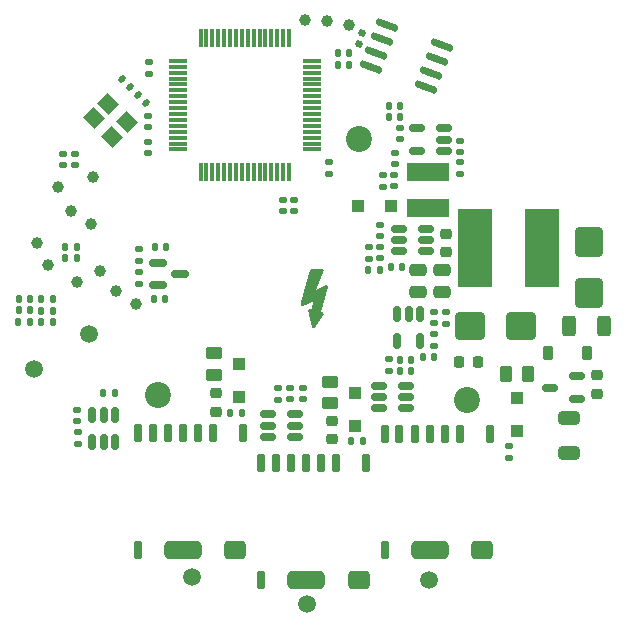
<source format=gbr>
%TF.GenerationSoftware,KiCad,Pcbnew,9.0.0*%
%TF.CreationDate,2025-06-01T03:36:43+08:00*%
%TF.ProjectId,CAPSTONE_MC,43415053-544f-44e4-955f-4d432e6b6963,Ver. 1.0.0*%
%TF.SameCoordinates,Original*%
%TF.FileFunction,Soldermask,Top*%
%TF.FilePolarity,Negative*%
%FSLAX46Y46*%
G04 Gerber Fmt 4.6, Leading zero omitted, Abs format (unit mm)*
G04 Created by KiCad (PCBNEW 9.0.0) date 2025-06-01 03:36:43*
%MOMM*%
%LPD*%
G01*
G04 APERTURE LIST*
G04 Aperture macros list*
%AMRoundRect*
0 Rectangle with rounded corners*
0 $1 Rounding radius*
0 $2 $3 $4 $5 $6 $7 $8 $9 X,Y pos of 4 corners*
0 Add a 4 corners polygon primitive as box body*
4,1,4,$2,$3,$4,$5,$6,$7,$8,$9,$2,$3,0*
0 Add four circle primitives for the rounded corners*
1,1,$1+$1,$2,$3*
1,1,$1+$1,$4,$5*
1,1,$1+$1,$6,$7*
1,1,$1+$1,$8,$9*
0 Add four rect primitives between the rounded corners*
20,1,$1+$1,$2,$3,$4,$5,0*
20,1,$1+$1,$4,$5,$6,$7,0*
20,1,$1+$1,$6,$7,$8,$9,0*
20,1,$1+$1,$8,$9,$2,$3,0*%
%AMRotRect*
0 Rectangle, with rotation*
0 The origin of the aperture is its center*
0 $1 length*
0 $2 width*
0 $3 Rotation angle, in degrees counterclockwise*
0 Add horizontal line*
21,1,$1,$2,0,0,$3*%
G04 Aperture macros list end*
%ADD10C,0.150000*%
%ADD11C,1.000000*%
%ADD12RoundRect,0.140000X0.170000X-0.140000X0.170000X0.140000X-0.170000X0.140000X-0.170000X-0.140000X0*%
%ADD13RoundRect,0.147500X-0.147500X-0.172500X0.147500X-0.172500X0.147500X0.172500X-0.147500X0.172500X0*%
%ADD14RoundRect,0.140000X-0.170000X0.140000X-0.170000X-0.140000X0.170000X-0.140000X0.170000X0.140000X0*%
%ADD15RoundRect,0.225000X-0.250000X0.225000X-0.250000X-0.225000X0.250000X-0.225000X0.250000X0.225000X0*%
%ADD16R,3.600000X1.500000*%
%ADD17RoundRect,0.140000X-0.219203X-0.021213X-0.021213X-0.219203X0.219203X0.021213X0.021213X0.219203X0*%
%ADD18RoundRect,0.150000X-0.150000X0.512500X-0.150000X-0.512500X0.150000X-0.512500X0.150000X0.512500X0*%
%ADD19RoundRect,0.150000X0.150000X-0.650000X0.150000X0.650000X-0.150000X0.650000X-0.150000X-0.650000X0*%
%ADD20RoundRect,0.400000X1.170000X-0.400000X1.170000X0.400000X-1.170000X0.400000X-1.170000X-0.400000X0*%
%ADD21RoundRect,0.400000X0.535000X-0.400000X0.535000X0.400000X-0.535000X0.400000X-0.535000X-0.400000X0*%
%ADD22C,1.500000*%
%ADD23RoundRect,0.135000X-0.185000X0.135000X-0.185000X-0.135000X0.185000X-0.135000X0.185000X0.135000X0*%
%ADD24RoundRect,0.225000X0.250000X-0.225000X0.250000X0.225000X-0.250000X0.225000X-0.250000X-0.225000X0*%
%ADD25R,2.850000X6.600000*%
%ADD26RoundRect,0.140000X-0.140000X-0.170000X0.140000X-0.170000X0.140000X0.170000X-0.140000X0.170000X0*%
%ADD27RoundRect,0.150000X-0.587500X-0.150000X0.587500X-0.150000X0.587500X0.150000X-0.587500X0.150000X0*%
%ADD28RoundRect,0.140000X0.219203X0.021213X0.021213X0.219203X-0.219203X-0.021213X-0.021213X-0.219203X0*%
%ADD29RoundRect,0.250000X0.262500X0.450000X-0.262500X0.450000X-0.262500X-0.450000X0.262500X-0.450000X0*%
%ADD30RoundRect,0.250000X0.450000X-0.262500X0.450000X0.262500X-0.450000X0.262500X-0.450000X-0.262500X0*%
%ADD31RoundRect,0.250000X-0.650000X0.325000X-0.650000X-0.325000X0.650000X-0.325000X0.650000X0.325000X0*%
%ADD32RoundRect,0.140000X0.140000X0.170000X-0.140000X0.170000X-0.140000X-0.170000X0.140000X-0.170000X0*%
%ADD33RoundRect,0.135000X0.185000X-0.135000X0.185000X0.135000X-0.185000X0.135000X-0.185000X-0.135000X0*%
%ADD34RoundRect,0.250000X0.300000X0.300000X-0.300000X0.300000X-0.300000X-0.300000X0.300000X-0.300000X0*%
%ADD35RoundRect,0.250000X-0.312500X-0.625000X0.312500X-0.625000X0.312500X0.625000X-0.312500X0.625000X0*%
%ADD36C,2.200000*%
%ADD37RoundRect,0.135000X0.135000X0.185000X-0.135000X0.185000X-0.135000X-0.185000X0.135000X-0.185000X0*%
%ADD38RoundRect,0.250000X-0.475000X0.250000X-0.475000X-0.250000X0.475000X-0.250000X0.475000X0.250000X0*%
%ADD39RoundRect,0.150000X-0.512500X-0.150000X0.512500X-0.150000X0.512500X0.150000X-0.512500X0.150000X0*%
%ADD40RoundRect,0.250000X0.300000X-0.300000X0.300000X0.300000X-0.300000X0.300000X-0.300000X-0.300000X0*%
%ADD41RoundRect,0.250000X0.900000X-1.000000X0.900000X1.000000X-0.900000X1.000000X-0.900000X-1.000000X0*%
%ADD42RoundRect,0.150000X-0.826549X0.141213X0.723943X-0.423121X0.826549X-0.141213X-0.723943X0.423121X0*%
%ADD43RoundRect,0.075000X-0.700000X-0.075000X0.700000X-0.075000X0.700000X0.075000X-0.700000X0.075000X0*%
%ADD44RoundRect,0.075000X-0.075000X-0.700000X0.075000X-0.700000X0.075000X0.700000X-0.075000X0.700000X0*%
%ADD45RoundRect,0.135000X-0.135000X-0.185000X0.135000X-0.185000X0.135000X0.185000X-0.135000X0.185000X0*%
%ADD46RoundRect,0.150000X0.512500X0.150000X-0.512500X0.150000X-0.512500X-0.150000X0.512500X-0.150000X0*%
%ADD47RoundRect,0.225000X0.225000X0.250000X-0.225000X0.250000X-0.225000X-0.250000X0.225000X-0.250000X0*%
%ADD48RoundRect,0.225000X-0.225000X-0.375000X0.225000X-0.375000X0.225000X0.375000X-0.225000X0.375000X0*%
%ADD49RoundRect,0.250000X1.000000X0.900000X-1.000000X0.900000X-1.000000X-0.900000X1.000000X-0.900000X0*%
%ADD50RoundRect,0.147500X0.172500X-0.147500X0.172500X0.147500X-0.172500X0.147500X-0.172500X-0.147500X0*%
%ADD51RotRect,1.400000X1.200000X315.000000*%
%ADD52RoundRect,0.150000X0.150000X-0.512500X0.150000X0.512500X-0.150000X0.512500X-0.150000X-0.512500X0*%
%ADD53RoundRect,0.140000X0.111865X-0.189700X0.207631X0.073414X-0.111865X0.189700X-0.207631X-0.073414X0*%
G04 APERTURE END LIST*
D10*
X101000000Y-57400000D02*
X102000000Y-56900000D01*
X102100000Y-57000000D01*
X101500000Y-59100000D01*
X101800000Y-59300000D01*
X101000000Y-60400000D01*
X100900000Y-60400000D01*
X100600000Y-58950000D01*
X100900000Y-59000000D01*
X101000000Y-58100000D01*
X100100000Y-58500000D01*
X100000000Y-58500000D01*
X100000000Y-58300000D01*
X100800000Y-55600000D01*
X101800000Y-55600000D01*
X101000000Y-57400000D01*
G36*
X101000000Y-57400000D02*
G01*
X102000000Y-56900000D01*
X102100000Y-57000000D01*
X101500000Y-59100000D01*
X101800000Y-59300000D01*
X101000000Y-60400000D01*
X100900000Y-60400000D01*
X100600000Y-58950000D01*
X100900000Y-59000000D01*
X101000000Y-58100000D01*
X100100000Y-58500000D01*
X100000000Y-58500000D01*
X100000000Y-58300000D01*
X100800000Y-55600000D01*
X101800000Y-55600000D01*
X101000000Y-57400000D01*
G37*
D11*
%TO.C,TP21*%
X79325000Y-48575000D03*
%TD*%
%TO.C,TP20*%
X82325000Y-47725000D03*
%TD*%
D12*
%TO.C,C55*%
X80755000Y-46695000D03*
X80755000Y-45735000D03*
%TD*%
%TO.C,C54*%
X79785000Y-46695000D03*
X79785000Y-45735000D03*
%TD*%
D13*
%TO.C,D6*%
X75995000Y-59985000D03*
X76965000Y-59985000D03*
%TD*%
D14*
%TO.C,C24*%
X117505000Y-70505000D03*
X117505000Y-71465000D03*
%TD*%
D15*
%TO.C,C14*%
X124945000Y-64480000D03*
X124945000Y-66030000D03*
%TD*%
D16*
%TO.C,L3*%
X110640000Y-50300000D03*
X110640000Y-47250000D03*
%TD*%
D11*
%TO.C,TP14*%
X85995000Y-58445000D03*
%TD*%
D13*
%TO.C,D7*%
X76005000Y-58995000D03*
X76975000Y-58995000D03*
%TD*%
D17*
%TO.C,C11*%
X86105589Y-40735589D03*
X86784411Y-41414411D03*
%TD*%
D18*
%TO.C,U13*%
X109985000Y-59302500D03*
X109035000Y-59302500D03*
X108085000Y-59302500D03*
X108085000Y-61577500D03*
X109985000Y-61577500D03*
%TD*%
D19*
%TO.C,U4*%
X107005000Y-79315000D03*
D20*
X110815000Y-79315000D03*
D21*
X115250000Y-79315000D03*
D19*
X115895000Y-69415000D03*
X113350000Y-69415000D03*
X112085000Y-69415000D03*
X110815000Y-69415000D03*
X109545000Y-69415000D03*
X108250000Y-69415000D03*
X107005000Y-69415000D03*
%TD*%
D22*
%TO.C,TP4*%
X100415000Y-83865000D03*
%TD*%
D12*
%TO.C,C46*%
X111215000Y-60085000D03*
X111215000Y-59125000D03*
%TD*%
D22*
%TO.C,TP5*%
X110775000Y-81855000D03*
%TD*%
D14*
%TO.C,C22*%
X106615000Y-53615000D03*
X106615000Y-54575000D03*
%TD*%
D23*
%TO.C,R13*%
X107350000Y-63115000D03*
X107350000Y-64135000D03*
%TD*%
D24*
%TO.C,C27*%
X102545000Y-69875000D03*
X102545000Y-68325000D03*
%TD*%
D14*
%TO.C,C2*%
X99345000Y-49645000D03*
X99345000Y-50605000D03*
%TD*%
%TO.C,C9*%
X98395000Y-49645000D03*
X98395000Y-50605000D03*
%TD*%
D25*
%TO.C,L2*%
X120290000Y-53735000D03*
X114640000Y-53735000D03*
%TD*%
D26*
%TO.C,C43*%
X87525000Y-53635000D03*
X88485000Y-53635000D03*
%TD*%
D27*
%TO.C,D11*%
X87777500Y-54940000D03*
X87777500Y-56840000D03*
X89652500Y-55890000D03*
%TD*%
D28*
%TO.C,C10*%
X85469411Y-40099411D03*
X84790589Y-39420589D03*
%TD*%
D26*
%TO.C,C1*%
X103025000Y-37235000D03*
X103985000Y-37235000D03*
%TD*%
D11*
%TO.C,TP12*%
X103995000Y-34825000D03*
%TD*%
D29*
%TO.C,R8*%
X119117500Y-64335000D03*
X117292500Y-64335000D03*
%TD*%
D14*
%TO.C,C36*%
X99010000Y-65568250D03*
X99010000Y-66528250D03*
%TD*%
%TO.C,C3*%
X102265000Y-46445000D03*
X102265000Y-47405000D03*
%TD*%
%TO.C,C29*%
X113425000Y-46465000D03*
X113425000Y-47425000D03*
%TD*%
D30*
%TO.C,R9*%
X92535000Y-64452500D03*
X92535000Y-62627500D03*
%TD*%
D31*
%TO.C,C17*%
X122575000Y-68100000D03*
X122575000Y-71050000D03*
%TD*%
D23*
%TO.C,R21*%
X86195000Y-55755000D03*
X86195000Y-56775000D03*
%TD*%
D11*
%TO.C,TP9*%
X82125000Y-51695000D03*
%TD*%
%TO.C,TP13*%
X82875000Y-55655000D03*
%TD*%
D32*
%TO.C,C15*%
X108465000Y-55280000D03*
X107505000Y-55280000D03*
%TD*%
D33*
%TO.C,R31*%
X112195000Y-60125000D03*
X112195000Y-59105000D03*
%TD*%
D34*
%TO.C,D4*%
X107510000Y-50155000D03*
X104710000Y-50155000D03*
%TD*%
D35*
%TO.C,R1*%
X122642500Y-60285000D03*
X125567500Y-60285000D03*
%TD*%
D36*
%TO.C,H2*%
X87810000Y-66140000D03*
%TD*%
D37*
%TO.C,R4*%
X78895000Y-58025000D03*
X77875000Y-58025000D03*
%TD*%
D38*
%TO.C,C16*%
X111875000Y-55570000D03*
X111875000Y-57470000D03*
%TD*%
D12*
%TO.C,C37*%
X80990000Y-68380000D03*
X80990000Y-67420000D03*
%TD*%
D22*
%TO.C,TP3*%
X90735000Y-81565000D03*
%TD*%
D19*
%TO.C,U2*%
X86130000Y-79240000D03*
D20*
X89940000Y-79240000D03*
D21*
X94375000Y-79240000D03*
D19*
X95020000Y-69340000D03*
X92475000Y-69340000D03*
X91210000Y-69340000D03*
X89940000Y-69340000D03*
X88670000Y-69340000D03*
X87375000Y-69340000D03*
X86130000Y-69340000D03*
%TD*%
D39*
%TO.C,U11*%
X108217500Y-52090000D03*
X108217500Y-53040000D03*
X108217500Y-53990000D03*
X110492500Y-53990000D03*
X110492500Y-53040000D03*
X110492500Y-52090000D03*
%TD*%
D32*
%TO.C,C44*%
X88445000Y-58065000D03*
X87485000Y-58065000D03*
%TD*%
D12*
%TO.C,C19*%
X113425000Y-45585000D03*
X113425000Y-44625000D03*
%TD*%
D39*
%TO.C,U5*%
X106542500Y-65365000D03*
X106542500Y-66315000D03*
X106542500Y-67265000D03*
X108817500Y-67265000D03*
X108817500Y-66315000D03*
X108817500Y-65365000D03*
%TD*%
D37*
%TO.C,R5*%
X78905000Y-59975000D03*
X77885000Y-59975000D03*
%TD*%
D36*
%TO.C,H1*%
X104850000Y-44510000D03*
%TD*%
D40*
%TO.C,D10*%
X94640000Y-66355000D03*
X94640000Y-63555000D03*
%TD*%
D24*
%TO.C,C18*%
X112205000Y-54040000D03*
X112205000Y-52490000D03*
%TD*%
D41*
%TO.C,D1*%
X124265000Y-57515000D03*
X124265000Y-53215000D03*
%TD*%
D42*
%TO.C,U9*%
X107180809Y-34838386D03*
X106746443Y-36031794D03*
X106312079Y-37225204D03*
X105877712Y-38418616D03*
X110529191Y-40111614D03*
X110963557Y-38918206D03*
X111397921Y-37724796D03*
X111832288Y-36531384D03*
%TD*%
D12*
%TO.C,C6*%
X107775000Y-48495000D03*
X107775000Y-47535000D03*
%TD*%
D33*
%TO.C,R30*%
X111225000Y-61995000D03*
X111225000Y-60975000D03*
%TD*%
D23*
%TO.C,R2*%
X105655000Y-53590000D03*
X105655000Y-54610000D03*
%TD*%
D14*
%TO.C,C7*%
X106825000Y-47545000D03*
X106825000Y-48505000D03*
%TD*%
%TO.C,C5*%
X86965000Y-44715000D03*
X86965000Y-45675000D03*
%TD*%
D43*
%TO.C,U1*%
X89490000Y-37865000D03*
X89490000Y-38365000D03*
X89490000Y-38865000D03*
X89490000Y-39365000D03*
X89490000Y-39865000D03*
X89490000Y-40365000D03*
X89490000Y-40865000D03*
X89490000Y-41365000D03*
X89490000Y-41865000D03*
X89490000Y-42365000D03*
X89490000Y-42865000D03*
X89490000Y-43365000D03*
X89490000Y-43865000D03*
X89490000Y-44365000D03*
X89490000Y-44865000D03*
X89490000Y-45365000D03*
D44*
X91415000Y-47290000D03*
X91915000Y-47290000D03*
X92415000Y-47290000D03*
X92915000Y-47290000D03*
X93415000Y-47290000D03*
X93915000Y-47290000D03*
X94415000Y-47290000D03*
X94915000Y-47290000D03*
X95415000Y-47290000D03*
X95915000Y-47290000D03*
X96415000Y-47290000D03*
X96915000Y-47290000D03*
X97415000Y-47290000D03*
X97915000Y-47290000D03*
X98415000Y-47290000D03*
X98915000Y-47290000D03*
D43*
X100840000Y-45365000D03*
X100840000Y-44865000D03*
X100840000Y-44365000D03*
X100840000Y-43865000D03*
X100840000Y-43365000D03*
X100840000Y-42865000D03*
X100840000Y-42365000D03*
X100840000Y-41865000D03*
X100840000Y-41365000D03*
X100840000Y-40865000D03*
X100840000Y-40365000D03*
X100840000Y-39865000D03*
X100840000Y-39365000D03*
X100840000Y-38865000D03*
X100840000Y-38365000D03*
X100840000Y-37865000D03*
D44*
X98915000Y-35940000D03*
X98415000Y-35940000D03*
X97915000Y-35940000D03*
X97415000Y-35940000D03*
X96915000Y-35940000D03*
X96415000Y-35940000D03*
X95915000Y-35940000D03*
X95415000Y-35940000D03*
X94915000Y-35940000D03*
X94415000Y-35940000D03*
X93915000Y-35940000D03*
X93415000Y-35940000D03*
X92915000Y-35940000D03*
X92415000Y-35940000D03*
X91915000Y-35940000D03*
X91415000Y-35940000D03*
%TD*%
D11*
%TO.C,TP16*%
X84295000Y-57385000D03*
%TD*%
D32*
%TO.C,C25*%
X94905000Y-67710000D03*
X93945000Y-67710000D03*
%TD*%
D19*
%TO.C,U3*%
X96560000Y-81830000D03*
D20*
X100370000Y-81830000D03*
D21*
X104805000Y-81830000D03*
D19*
X105450000Y-71930000D03*
X102905000Y-71930000D03*
X101640000Y-71930000D03*
X100370000Y-71930000D03*
X99100000Y-71930000D03*
X97805000Y-71930000D03*
X96560000Y-71930000D03*
%TD*%
D26*
%TO.C,C13*%
X107355000Y-41685000D03*
X108315000Y-41685000D03*
%TD*%
D39*
%TO.C,U6*%
X97107500Y-67798250D03*
X97107500Y-68748250D03*
X97107500Y-69698250D03*
X99382500Y-69698250D03*
X99382500Y-68748250D03*
X99382500Y-67798250D03*
%TD*%
D11*
%TO.C,TP11*%
X100240000Y-34435000D03*
%TD*%
D37*
%TO.C,R6*%
X78905000Y-59005000D03*
X77885000Y-59005000D03*
%TD*%
D45*
%TO.C,R32*%
X79910000Y-54585000D03*
X80930000Y-54585000D03*
%TD*%
D46*
%TO.C,U12*%
X112022500Y-45475000D03*
X112022500Y-44525000D03*
X112022500Y-43575000D03*
X109747500Y-43575000D03*
X109747500Y-45475000D03*
%TD*%
D22*
%TO.C,TP2*%
X81965000Y-61025000D03*
%TD*%
D32*
%TO.C,C47*%
X111195000Y-62965000D03*
X110235000Y-62965000D03*
%TD*%
D11*
%TO.C,TP6*%
X78471019Y-55143750D03*
%TD*%
D24*
%TO.C,C26*%
X92705000Y-67560000D03*
X92705000Y-66010000D03*
%TD*%
D23*
%TO.C,R20*%
X86185000Y-53765000D03*
X86185000Y-54785000D03*
%TD*%
D40*
%TO.C,D8*%
X104478250Y-68795000D03*
X104478250Y-65995000D03*
%TD*%
D45*
%TO.C,R3*%
X105585000Y-55575000D03*
X106605000Y-55575000D03*
%TD*%
D14*
%TO.C,C12*%
X86965001Y-42525001D03*
X86964999Y-43484999D03*
%TD*%
D36*
%TO.C,H3*%
X113960000Y-66550000D03*
%TD*%
D40*
%TO.C,D9*%
X118245000Y-69180000D03*
X118245000Y-66380000D03*
%TD*%
D45*
%TO.C,R33*%
X79915000Y-53595000D03*
X80935000Y-53595000D03*
%TD*%
D47*
%TO.C,C28*%
X114880000Y-63355000D03*
X113330000Y-63355000D03*
%TD*%
D11*
%TO.C,TP10*%
X102120000Y-34525000D03*
%TD*%
D46*
%TO.C,U10*%
X123282500Y-66475000D03*
X123282500Y-64575000D03*
X121007500Y-65525000D03*
%TD*%
D13*
%TO.C,D5*%
X76015000Y-58025000D03*
X76985000Y-58025000D03*
%TD*%
D23*
%TO.C,R15*%
X81030000Y-69300000D03*
X81030000Y-70320000D03*
%TD*%
D26*
%TO.C,C35*%
X108300000Y-63175000D03*
X109260000Y-63175000D03*
%TD*%
D30*
%TO.C,R7*%
X102361750Y-66842500D03*
X102361750Y-65017500D03*
%TD*%
D32*
%TO.C,C23*%
X105146750Y-70085000D03*
X104186750Y-70085000D03*
%TD*%
D48*
%TO.C,D2*%
X120875000Y-62595000D03*
X124175000Y-62595000D03*
%TD*%
D49*
%TO.C,D3*%
X118535000Y-60315000D03*
X114235000Y-60315000D03*
%TD*%
D50*
%TO.C,L1*%
X107875000Y-46610000D03*
X107875000Y-45640000D03*
%TD*%
D26*
%TO.C,C8*%
X103035000Y-38215000D03*
X103995000Y-38215000D03*
%TD*%
D11*
%TO.C,TP15*%
X80995000Y-56615000D03*
%TD*%
D51*
%TO.C,Y1*%
X82406142Y-42718224D03*
X83961777Y-44273859D03*
X85163858Y-43071776D03*
X83608223Y-41516141D03*
%TD*%
D11*
%TO.C,TP7*%
X77581019Y-53293750D03*
%TD*%
D23*
%TO.C,R14*%
X97995000Y-65543250D03*
X97995000Y-66563250D03*
%TD*%
D38*
%TO.C,C34*%
X109845000Y-55565000D03*
X109845000Y-57465000D03*
%TD*%
D11*
%TO.C,TP8*%
X80435000Y-50605000D03*
%TD*%
D22*
%TO.C,TP1*%
X77305000Y-63925000D03*
%TD*%
D14*
%TO.C,C4*%
X87055000Y-37975000D03*
X87055000Y-38935000D03*
%TD*%
D26*
%TO.C,C39*%
X83195000Y-66005000D03*
X84155000Y-66005000D03*
%TD*%
%TO.C,C51*%
X107355000Y-42655000D03*
X108315000Y-42655000D03*
%TD*%
D52*
%TO.C,U7*%
X82265000Y-70142500D03*
X83215000Y-70142500D03*
X84165000Y-70142500D03*
X84165000Y-67867500D03*
X83215000Y-67867500D03*
X82265000Y-67867500D03*
%TD*%
D32*
%TO.C,C21*%
X109255000Y-64145000D03*
X108295000Y-64145000D03*
%TD*%
D53*
%TO.C,C42*%
X104800831Y-36406052D03*
X105129169Y-35503948D03*
%TD*%
D12*
%TO.C,C33*%
X108335000Y-44505000D03*
X108335000Y-43545000D03*
%TD*%
%TO.C,C38*%
X100065000Y-66528250D03*
X100065000Y-65568250D03*
%TD*%
%TO.C,C20*%
X106645000Y-52705000D03*
X106645000Y-51745000D03*
%TD*%
M02*

</source>
